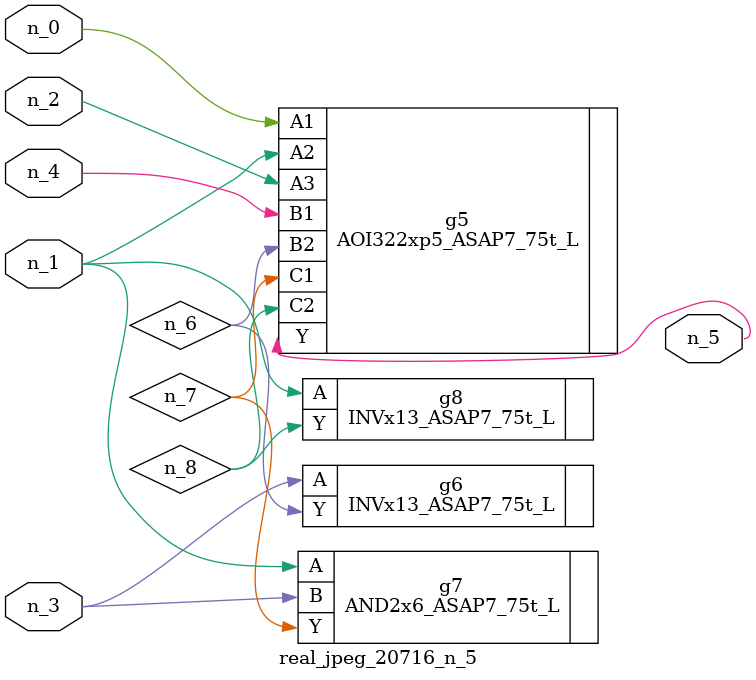
<source format=v>
module real_jpeg_20716_n_5 (n_4, n_0, n_1, n_2, n_3, n_5);

input n_4;
input n_0;
input n_1;
input n_2;
input n_3;

output n_5;

wire n_8;
wire n_6;
wire n_7;

AOI322xp5_ASAP7_75t_L g5 ( 
.A1(n_0),
.A2(n_1),
.A3(n_2),
.B1(n_4),
.B2(n_6),
.C1(n_7),
.C2(n_8),
.Y(n_5)
);

AND2x6_ASAP7_75t_L g7 ( 
.A(n_1),
.B(n_3),
.Y(n_7)
);

INVx13_ASAP7_75t_L g8 ( 
.A(n_1),
.Y(n_8)
);

INVx13_ASAP7_75t_L g6 ( 
.A(n_3),
.Y(n_6)
);


endmodule
</source>
